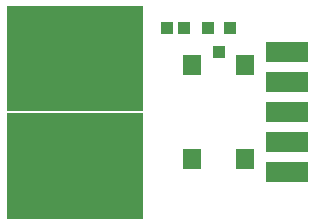
<source format=gbr>
G04 #@! TF.GenerationSoftware,KiCad,Pcbnew,(5.0.0)*
G04 #@! TF.CreationDate,2019-03-13T17:39:27+01:00*
G04 #@! TF.ProjectId,foam_cutting,666F616D5F63757474696E672E6B6963,100A*
G04 #@! TF.SameCoordinates,Original*
G04 #@! TF.FileFunction,Soldermask,Top*
G04 #@! TF.FilePolarity,Negative*
%FSLAX46Y46*%
G04 Gerber Fmt 4.6, Leading zero omitted, Abs format (unit mm)*
G04 Created by KiCad (PCBNEW (5.0.0)) date 03/13/19 17:39:27*
%MOMM*%
%LPD*%
G01*
G04 APERTURE LIST*
%ADD10R,6.240000X4.740000*%
%ADD11R,5.740000X4.740000*%
%ADD12R,1.540000X1.790000*%
%ADD13R,3.540000X1.740000*%
%ADD14R,1.040000X1.140000*%
%ADD15R,1.040000X0.990000*%
G04 APERTURE END LIST*
D10*
G04 #@! TO.C,J1*
X124800000Y-56300000D03*
D11*
X130300000Y-56300000D03*
D10*
X124790000Y-60500000D03*
D11*
X130300000Y-60500000D03*
D10*
X124800000Y-65410000D03*
D11*
X130300000Y-65410000D03*
X130290000Y-69600000D03*
D10*
X124800000Y-69590000D03*
G04 #@! TD*
D12*
G04 #@! TO.C,SW1*
X137300000Y-58950000D03*
X141800000Y-58950000D03*
X137300000Y-66950000D03*
X141800000Y-66950000D03*
G04 #@! TD*
D13*
G04 #@! TO.C,J2*
X145300000Y-68050000D03*
X145300000Y-65500000D03*
X145300000Y-62950000D03*
X145300000Y-60400000D03*
X145300000Y-57850000D03*
G04 #@! TD*
D14*
G04 #@! TO.C,U1*
X140550000Y-55850000D03*
X138650000Y-55850000D03*
X139600000Y-57850000D03*
G04 #@! TD*
D15*
G04 #@! TO.C,C1*
X135150000Y-55850000D03*
X136650000Y-55850000D03*
G04 #@! TD*
M02*

</source>
